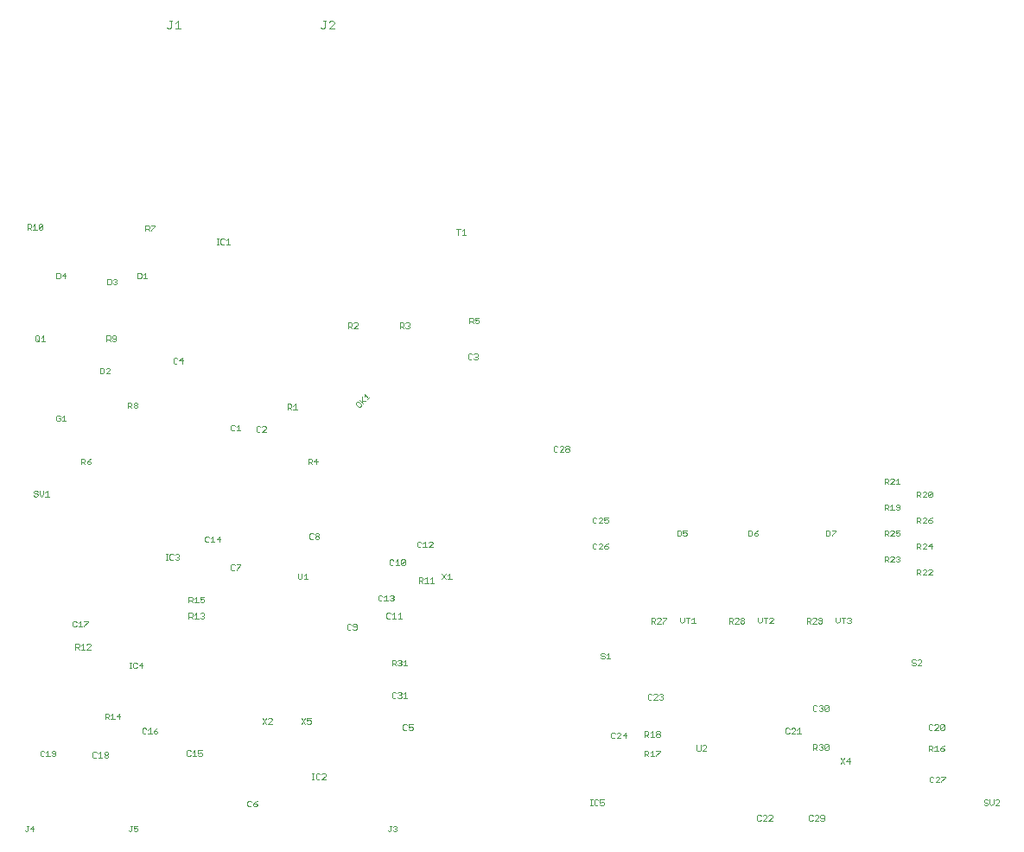
<source format=gbr>
G04 EAGLE Gerber X2 export*
%TF.Part,Single*%
%TF.FileFunction,Legend,Top,1*%
%TF.FilePolarity,Positive*%
%TF.GenerationSoftware,Autodesk,EAGLE,9.1.3*%
%TF.CreationDate,2018-09-11T19:51:11Z*%
G75*
%MOMM*%
%FSLAX34Y34*%
%LPD*%
%AMOC8*
5,1,8,0,0,1.08239X$1,22.5*%
G01*
%ADD10C,0.050800*%
%ADD11C,0.101600*%
%ADD12C,0.076200*%


D10*
X216154Y597154D02*
X218018Y597154D01*
X217086Y597154D02*
X217086Y602747D01*
X216154Y602747D02*
X218018Y602747D01*
X222692Y602747D02*
X223625Y601815D01*
X222692Y602747D02*
X220828Y602747D01*
X219896Y601815D01*
X219896Y598086D01*
X220828Y597154D01*
X222692Y597154D01*
X223625Y598086D01*
X225509Y600883D02*
X227373Y602747D01*
X227373Y597154D01*
X225509Y597154D02*
X229238Y597154D01*
X77479Y205872D02*
X77479Y200279D01*
X77479Y205872D02*
X80275Y205872D01*
X81208Y204940D01*
X81208Y203075D01*
X80275Y202143D01*
X77479Y202143D01*
X79343Y202143D02*
X81208Y200279D01*
X83092Y204008D02*
X84956Y205872D01*
X84956Y200279D01*
X83092Y200279D02*
X86821Y200279D01*
X88705Y200279D02*
X92434Y200279D01*
X88705Y200279D02*
X92434Y204008D01*
X92434Y204940D01*
X91502Y205872D01*
X89637Y205872D01*
X88705Y204940D01*
X258431Y417919D02*
X257499Y418851D01*
X255635Y418851D01*
X254703Y417919D01*
X254703Y414190D01*
X255635Y413258D01*
X257499Y413258D01*
X258431Y414190D01*
X260316Y413258D02*
X264044Y413258D01*
X260316Y413258D02*
X264044Y416987D01*
X264044Y417919D01*
X263112Y418851D01*
X261248Y418851D01*
X260316Y417919D01*
X233608Y419252D02*
X232675Y420184D01*
X230811Y420184D01*
X229879Y419252D01*
X229879Y415524D01*
X230811Y414592D01*
X232675Y414592D01*
X233608Y415524D01*
X235492Y418320D02*
X237356Y420184D01*
X237356Y414592D01*
X235492Y414592D02*
X239221Y414592D01*
X377138Y253497D02*
X378070Y252565D01*
X377138Y253497D02*
X375274Y253497D01*
X374342Y252565D01*
X374342Y248836D01*
X375274Y247904D01*
X377138Y247904D01*
X378070Y248836D01*
X379955Y251633D02*
X381819Y253497D01*
X381819Y247904D01*
X379955Y247904D02*
X383683Y247904D01*
X385568Y252565D02*
X386500Y253497D01*
X388364Y253497D01*
X389296Y252565D01*
X389296Y251633D01*
X388364Y250700D01*
X387432Y250700D01*
X388364Y250700D02*
X389296Y249768D01*
X389296Y248836D01*
X388364Y247904D01*
X386500Y247904D01*
X385568Y248836D01*
X285442Y435229D02*
X285442Y440822D01*
X288238Y440822D01*
X289170Y439890D01*
X289170Y438025D01*
X288238Y437093D01*
X285442Y437093D01*
X287306Y437093D02*
X289170Y435229D01*
X291055Y438958D02*
X292919Y440822D01*
X292919Y435229D01*
X291055Y435229D02*
X294783Y435229D01*
X305503Y387101D02*
X305503Y381508D01*
X305503Y387101D02*
X308299Y387101D01*
X309231Y386169D01*
X309231Y384304D01*
X308299Y383372D01*
X305503Y383372D01*
X307367Y383372D02*
X309231Y381508D01*
X313912Y381508D02*
X313912Y387101D01*
X311116Y384304D01*
X314844Y384304D01*
D11*
X319125Y808356D02*
X317811Y809669D01*
X319125Y808356D02*
X320438Y808356D01*
X321752Y809669D01*
X321752Y816236D01*
X323065Y816236D02*
X320438Y816236D01*
X325997Y808356D02*
X331251Y808356D01*
X331251Y813609D02*
X325997Y808356D01*
X331251Y813609D02*
X331251Y814923D01*
X329938Y816236D01*
X327311Y816236D01*
X325997Y814923D01*
X168312Y808356D02*
X166999Y809669D01*
X168312Y808356D02*
X169626Y808356D01*
X170939Y809669D01*
X170939Y816236D01*
X169626Y816236D02*
X172253Y816236D01*
X175185Y813609D02*
X177812Y816236D01*
X177812Y808356D01*
X175185Y808356D02*
X180439Y808356D01*
D10*
X138367Y569409D02*
X138367Y563817D01*
X141163Y563817D01*
X142095Y564749D01*
X142095Y568477D01*
X141163Y569409D01*
X138367Y569409D01*
X143980Y567545D02*
X145844Y569409D01*
X145844Y563817D01*
X143980Y563817D02*
X147708Y563817D01*
X58992Y563817D02*
X58992Y569409D01*
X58992Y563817D02*
X61788Y563817D01*
X62720Y564749D01*
X62720Y568477D01*
X61788Y569409D01*
X58992Y569409D01*
X67401Y569409D02*
X67401Y563817D01*
X64605Y566613D02*
X67401Y569409D01*
X68333Y566613D02*
X64605Y566613D01*
X146190Y610108D02*
X146190Y615701D01*
X148987Y615701D01*
X149919Y614769D01*
X149919Y612904D01*
X148987Y611972D01*
X146190Y611972D01*
X148055Y611972D02*
X149919Y610108D01*
X151803Y615701D02*
X155532Y615701D01*
X155532Y614769D01*
X151803Y611040D01*
X151803Y610108D01*
X30417Y611442D02*
X30417Y617034D01*
X33213Y617034D01*
X34145Y616102D01*
X34145Y614238D01*
X33213Y613306D01*
X30417Y613306D01*
X32281Y613306D02*
X34145Y611442D01*
X36030Y615170D02*
X37894Y617034D01*
X37894Y611442D01*
X36030Y611442D02*
X39758Y611442D01*
X41643Y612374D02*
X41643Y616102D01*
X42575Y617034D01*
X44439Y617034D01*
X45371Y616102D01*
X45371Y612374D01*
X44439Y611442D01*
X42575Y611442D01*
X41643Y612374D01*
X45371Y616102D01*
X108090Y507751D02*
X108090Y502158D01*
X108090Y507751D02*
X110887Y507751D01*
X111819Y506819D01*
X111819Y504954D01*
X110887Y504022D01*
X108090Y504022D01*
X109955Y504022D02*
X111819Y502158D01*
X113703Y503090D02*
X114636Y502158D01*
X116500Y502158D01*
X117432Y503090D01*
X117432Y506819D01*
X116500Y507751D01*
X114636Y507751D01*
X113703Y506819D01*
X113703Y505887D01*
X114636Y504954D01*
X117432Y504954D01*
X128842Y442409D02*
X128842Y436817D01*
X128842Y442409D02*
X131638Y442409D01*
X132570Y441477D01*
X132570Y439613D01*
X131638Y438681D01*
X128842Y438681D01*
X130706Y438681D02*
X132570Y436817D01*
X134455Y441477D02*
X135387Y442409D01*
X137251Y442409D01*
X138183Y441477D01*
X138183Y440545D01*
X137251Y439613D01*
X138183Y438681D01*
X138183Y437749D01*
X137251Y436817D01*
X135387Y436817D01*
X134455Y437749D01*
X134455Y438681D01*
X135387Y439613D01*
X134455Y440545D01*
X134455Y441477D01*
X135387Y439613D02*
X137251Y439613D01*
X108839Y557784D02*
X108839Y563377D01*
X108839Y557784D02*
X111635Y557784D01*
X112568Y558716D01*
X112568Y562445D01*
X111635Y563377D01*
X108839Y563377D01*
X114452Y562445D02*
X115384Y563377D01*
X117248Y563377D01*
X118181Y562445D01*
X118181Y561513D01*
X117248Y560580D01*
X116316Y560580D01*
X117248Y560580D02*
X118181Y559648D01*
X118181Y558716D01*
X117248Y557784D01*
X115384Y557784D01*
X114452Y558716D01*
X101740Y476001D02*
X101740Y470408D01*
X104537Y470408D01*
X105469Y471340D01*
X105469Y475069D01*
X104537Y476001D01*
X101740Y476001D01*
X107353Y470408D02*
X111082Y470408D01*
X107353Y470408D02*
X111082Y474137D01*
X111082Y475069D01*
X110150Y476001D01*
X108286Y476001D01*
X107353Y475069D01*
X176250Y486059D02*
X177183Y485127D01*
X176250Y486059D02*
X174386Y486059D01*
X173454Y485127D01*
X173454Y481399D01*
X174386Y480467D01*
X176250Y480467D01*
X177183Y481399D01*
X181863Y480467D02*
X181863Y486059D01*
X179067Y483263D01*
X182796Y483263D01*
X38240Y503090D02*
X38240Y506819D01*
X39172Y507751D01*
X41037Y507751D01*
X41969Y506819D01*
X41969Y503090D01*
X41037Y502158D01*
X39172Y502158D01*
X38240Y503090D01*
X40105Y504022D02*
X41969Y502158D01*
X43853Y505887D02*
X45718Y507751D01*
X45718Y502158D01*
X47582Y502158D02*
X43853Y502158D01*
X61788Y429709D02*
X62720Y428777D01*
X61788Y429709D02*
X59924Y429709D01*
X58992Y428777D01*
X58992Y425049D01*
X59924Y424117D01*
X61788Y424117D01*
X62720Y425049D01*
X62720Y426913D01*
X60856Y426913D01*
X64605Y427845D02*
X66469Y429709D01*
X66469Y424117D01*
X64605Y424117D02*
X68333Y424117D01*
X83253Y387101D02*
X83253Y381508D01*
X83253Y387101D02*
X86049Y387101D01*
X86981Y386169D01*
X86981Y384304D01*
X86049Y383372D01*
X83253Y383372D01*
X85117Y383372D02*
X86981Y381508D01*
X90730Y386169D02*
X92594Y387101D01*
X90730Y386169D02*
X88866Y384304D01*
X88866Y382440D01*
X89798Y381508D01*
X91662Y381508D01*
X92594Y382440D01*
X92594Y383372D01*
X91662Y384304D01*
X88866Y384304D01*
X452676Y606552D02*
X452676Y612145D01*
X450812Y612145D02*
X454541Y612145D01*
X456425Y610281D02*
X458289Y612145D01*
X458289Y606552D01*
X456425Y606552D02*
X460154Y606552D01*
X353444Y442998D02*
X352125Y441680D01*
X352125Y440362D01*
X354762Y437726D01*
X356080Y437726D01*
X357398Y439044D01*
X357398Y440362D01*
X354762Y442998D01*
X353444Y442998D01*
X355435Y444990D02*
X359390Y441035D01*
X358072Y442354D02*
X358072Y447627D01*
X358072Y443672D02*
X362027Y443672D01*
X360723Y447641D02*
X360723Y450277D01*
X364677Y446323D01*
X363359Y445004D02*
X365996Y447641D01*
X465013Y490034D02*
X465945Y489102D01*
X465013Y490034D02*
X463149Y490034D01*
X462217Y489102D01*
X462217Y485374D01*
X463149Y484442D01*
X465013Y484442D01*
X465945Y485374D01*
X467830Y489102D02*
X468762Y490034D01*
X470626Y490034D01*
X471558Y489102D01*
X471558Y488170D01*
X470626Y487238D01*
X469694Y487238D01*
X470626Y487238D02*
X471558Y486306D01*
X471558Y485374D01*
X470626Y484442D01*
X468762Y484442D01*
X467830Y485374D01*
X344628Y514858D02*
X344628Y520451D01*
X347424Y520451D01*
X348356Y519519D01*
X348356Y517654D01*
X347424Y516722D01*
X344628Y516722D01*
X346492Y516722D02*
X348356Y514858D01*
X350241Y514858D02*
X353969Y514858D01*
X350241Y514858D02*
X353969Y518587D01*
X353969Y519519D01*
X353037Y520451D01*
X351173Y520451D01*
X350241Y519519D01*
X395428Y520451D02*
X395428Y514858D01*
X395428Y520451D02*
X398224Y520451D01*
X399156Y519519D01*
X399156Y517654D01*
X398224Y516722D01*
X395428Y516722D01*
X397292Y516722D02*
X399156Y514858D01*
X401041Y519519D02*
X401973Y520451D01*
X403837Y520451D01*
X404769Y519519D01*
X404769Y518587D01*
X403837Y517654D01*
X402905Y517654D01*
X403837Y517654D02*
X404769Y516722D01*
X404769Y515790D01*
X403837Y514858D01*
X401973Y514858D01*
X401041Y515790D01*
X463690Y519621D02*
X463690Y525213D01*
X466487Y525213D01*
X467419Y524281D01*
X467419Y522417D01*
X466487Y521485D01*
X463690Y521485D01*
X465555Y521485D02*
X467419Y519621D01*
X469303Y525213D02*
X473032Y525213D01*
X469303Y525213D02*
X469303Y522417D01*
X471168Y523349D01*
X472100Y523349D01*
X473032Y522417D01*
X473032Y520553D01*
X472100Y519621D01*
X470236Y519621D01*
X469303Y520553D01*
X295753Y274776D02*
X295753Y270115D01*
X296685Y269183D01*
X298549Y269183D01*
X299481Y270115D01*
X299481Y274776D01*
X301366Y272912D02*
X303230Y274776D01*
X303230Y269183D01*
X301366Y269183D02*
X305094Y269183D01*
X309453Y72898D02*
X311317Y72898D01*
X310385Y72898D02*
X310385Y78491D01*
X309453Y78491D02*
X311317Y78491D01*
X315992Y78491D02*
X316924Y77559D01*
X315992Y78491D02*
X314127Y78491D01*
X313195Y77559D01*
X313195Y73830D01*
X314127Y72898D01*
X315992Y72898D01*
X316924Y73830D01*
X318808Y72898D02*
X322537Y72898D01*
X318808Y72898D02*
X322537Y76627D01*
X322537Y77559D01*
X321605Y78491D01*
X319740Y78491D01*
X318808Y77559D01*
D12*
X383505Y22925D02*
X384395Y22035D01*
X385284Y22035D01*
X386174Y22925D01*
X386174Y27374D01*
X385284Y27374D02*
X387064Y27374D01*
X389118Y26484D02*
X390008Y27374D01*
X391787Y27374D01*
X392677Y26484D01*
X392677Y25594D01*
X391787Y24704D01*
X390897Y24704D01*
X391787Y24704D02*
X392677Y23815D01*
X392677Y22925D01*
X391787Y22035D01*
X390008Y22035D01*
X389118Y22925D01*
D10*
X402331Y125819D02*
X401399Y126751D01*
X399535Y126751D01*
X398603Y125819D01*
X398603Y122090D01*
X399535Y121158D01*
X401399Y121158D01*
X402331Y122090D01*
X404216Y126751D02*
X407944Y126751D01*
X404216Y126751D02*
X404216Y123954D01*
X406080Y124887D01*
X407012Y124887D01*
X407944Y123954D01*
X407944Y122090D01*
X407012Y121158D01*
X405148Y121158D01*
X404216Y122090D01*
X249931Y51206D02*
X248999Y52138D01*
X247135Y52138D01*
X246203Y51206D01*
X246203Y47478D01*
X247135Y46546D01*
X248999Y46546D01*
X249931Y47478D01*
X253680Y51206D02*
X255544Y52138D01*
X253680Y51206D02*
X251816Y49342D01*
X251816Y47478D01*
X252748Y46546D01*
X254612Y46546D01*
X255544Y47478D01*
X255544Y48410D01*
X254612Y49342D01*
X251816Y49342D01*
X40495Y354800D02*
X39563Y355732D01*
X37699Y355732D01*
X36767Y354800D01*
X36767Y353868D01*
X37699Y352935D01*
X39563Y352935D01*
X40495Y352003D01*
X40495Y351071D01*
X39563Y350139D01*
X37699Y350139D01*
X36767Y351071D01*
X42380Y352003D02*
X42380Y355732D01*
X42380Y352003D02*
X44244Y350139D01*
X46108Y352003D01*
X46108Y355732D01*
X47993Y353868D02*
X49857Y355732D01*
X49857Y350139D01*
X47993Y350139D02*
X51721Y350139D01*
X436703Y274706D02*
X440431Y269113D01*
X436703Y269113D02*
X440431Y274706D01*
X442316Y272842D02*
X444180Y274706D01*
X444180Y269113D01*
X442316Y269113D02*
X446044Y269113D01*
X168044Y287973D02*
X166180Y287973D01*
X167112Y287973D02*
X167112Y293565D01*
X166180Y293565D02*
X168044Y293565D01*
X172718Y293565D02*
X173650Y292633D01*
X172718Y293565D02*
X170854Y293565D01*
X169922Y292633D01*
X169922Y288905D01*
X170854Y287973D01*
X172718Y287973D01*
X173650Y288905D01*
X175535Y292633D02*
X176467Y293565D01*
X178331Y293565D01*
X179263Y292633D01*
X179263Y291701D01*
X178331Y290769D01*
X177399Y290769D01*
X178331Y290769D02*
X179263Y289837D01*
X179263Y288905D01*
X178331Y287973D01*
X176467Y287973D01*
X175535Y288905D01*
X309887Y314076D02*
X310819Y313144D01*
X309887Y314076D02*
X308022Y314076D01*
X307090Y313144D01*
X307090Y309415D01*
X308022Y308483D01*
X309887Y308483D01*
X310819Y309415D01*
X312703Y313144D02*
X313636Y314076D01*
X315500Y314076D01*
X316432Y313144D01*
X316432Y312212D01*
X315500Y311279D01*
X316432Y310347D01*
X316432Y309415D01*
X315500Y308483D01*
X313636Y308483D01*
X312703Y309415D01*
X312703Y310347D01*
X313636Y311279D01*
X312703Y312212D01*
X312703Y313144D01*
X313636Y311279D02*
X315500Y311279D01*
X385236Y236288D02*
X386168Y235356D01*
X385236Y236288D02*
X383372Y236288D01*
X382440Y235356D01*
X382440Y231628D01*
X383372Y230696D01*
X385236Y230696D01*
X386168Y231628D01*
X388053Y234424D02*
X389917Y236288D01*
X389917Y230696D01*
X388053Y230696D02*
X391781Y230696D01*
X393666Y234424D02*
X395530Y236288D01*
X395530Y230696D01*
X393666Y230696D02*
X397394Y230696D01*
X416170Y304952D02*
X415238Y305884D01*
X413374Y305884D01*
X412442Y304952D01*
X412442Y301224D01*
X413374Y300292D01*
X415238Y300292D01*
X416170Y301224D01*
X418055Y304020D02*
X419919Y305884D01*
X419919Y300292D01*
X418055Y300292D02*
X421783Y300292D01*
X423668Y300292D02*
X427396Y300292D01*
X423668Y300292D02*
X427396Y304020D01*
X427396Y304952D01*
X426464Y305884D01*
X424600Y305884D01*
X423668Y304952D01*
X414029Y270959D02*
X414029Y265367D01*
X414029Y270959D02*
X416825Y270959D01*
X417758Y270027D01*
X417758Y268163D01*
X416825Y267231D01*
X414029Y267231D01*
X415893Y267231D02*
X417758Y265367D01*
X419642Y269095D02*
X421506Y270959D01*
X421506Y265367D01*
X419642Y265367D02*
X423371Y265367D01*
X425255Y269095D02*
X427119Y270959D01*
X427119Y265367D01*
X425255Y265367D02*
X428984Y265367D01*
X347331Y224244D02*
X346399Y225176D01*
X344535Y225176D01*
X343603Y224244D01*
X343603Y220515D01*
X344535Y219583D01*
X346399Y219583D01*
X347331Y220515D01*
X349216Y220515D02*
X350148Y219583D01*
X352012Y219583D01*
X352944Y220515D01*
X352944Y224244D01*
X352012Y225176D01*
X350148Y225176D01*
X349216Y224244D01*
X349216Y223312D01*
X350148Y222379D01*
X352944Y222379D01*
X233608Y282727D02*
X232675Y283659D01*
X230811Y283659D01*
X229879Y282727D01*
X229879Y278999D01*
X230811Y278067D01*
X232675Y278067D01*
X233608Y278999D01*
X235492Y283659D02*
X239221Y283659D01*
X239221Y282727D01*
X235492Y278999D01*
X235492Y278067D01*
X388250Y288422D02*
X389183Y287490D01*
X388250Y288422D02*
X386386Y288422D01*
X385454Y287490D01*
X385454Y283761D01*
X386386Y282829D01*
X388250Y282829D01*
X389183Y283761D01*
X391067Y286558D02*
X392931Y288422D01*
X392931Y282829D01*
X391067Y282829D02*
X394796Y282829D01*
X396680Y283761D02*
X396680Y287490D01*
X397612Y288422D01*
X399477Y288422D01*
X400409Y287490D01*
X400409Y283761D01*
X399477Y282829D01*
X397612Y282829D01*
X396680Y283761D01*
X400409Y287490D01*
X208368Y309969D02*
X207436Y310901D01*
X205572Y310901D01*
X204640Y309969D01*
X204640Y306240D01*
X205572Y305308D01*
X207436Y305308D01*
X208368Y306240D01*
X210253Y309037D02*
X212117Y310901D01*
X212117Y305308D01*
X210253Y305308D02*
X213981Y305308D01*
X218662Y305308D02*
X218662Y310901D01*
X215866Y308104D01*
X219594Y308104D01*
X132293Y181864D02*
X130429Y181864D01*
X131361Y181864D02*
X131361Y187457D01*
X130429Y187457D02*
X132293Y187457D01*
X136967Y187457D02*
X137900Y186525D01*
X136967Y187457D02*
X135103Y187457D01*
X134171Y186525D01*
X134171Y182796D01*
X135103Y181864D01*
X136967Y181864D01*
X137900Y182796D01*
X142581Y181864D02*
X142581Y187457D01*
X139784Y184660D01*
X143513Y184660D01*
X78595Y227165D02*
X77663Y228097D01*
X75799Y228097D01*
X74867Y227165D01*
X74867Y223436D01*
X75799Y222504D01*
X77663Y222504D01*
X78595Y223436D01*
X80480Y226233D02*
X82344Y228097D01*
X82344Y222504D01*
X80480Y222504D02*
X84208Y222504D01*
X86093Y228097D02*
X89821Y228097D01*
X89821Y227165D01*
X86093Y223436D01*
X86093Y222504D01*
X188604Y230442D02*
X188604Y236034D01*
X191400Y236034D01*
X192333Y235102D01*
X192333Y233238D01*
X191400Y232306D01*
X188604Y232306D01*
X190468Y232306D02*
X192333Y230442D01*
X194217Y234170D02*
X196081Y236034D01*
X196081Y230442D01*
X194217Y230442D02*
X197946Y230442D01*
X199830Y235102D02*
X200762Y236034D01*
X202627Y236034D01*
X203559Y235102D01*
X203559Y234170D01*
X202627Y233238D01*
X201694Y233238D01*
X202627Y233238D02*
X203559Y232306D01*
X203559Y231374D01*
X202627Y230442D01*
X200762Y230442D01*
X199830Y231374D01*
X188604Y246317D02*
X188604Y251909D01*
X191400Y251909D01*
X192333Y250977D01*
X192333Y249113D01*
X191400Y248181D01*
X188604Y248181D01*
X190468Y248181D02*
X192333Y246317D01*
X194217Y250045D02*
X196081Y251909D01*
X196081Y246317D01*
X194217Y246317D02*
X197946Y246317D01*
X199830Y251909D02*
X203559Y251909D01*
X199830Y251909D02*
X199830Y249113D01*
X201694Y250045D01*
X202627Y250045D01*
X203559Y249113D01*
X203559Y247249D01*
X202627Y246317D01*
X200762Y246317D01*
X199830Y247249D01*
X106617Y137609D02*
X106617Y132017D01*
X106617Y137609D02*
X109413Y137609D01*
X110345Y136677D01*
X110345Y134813D01*
X109413Y133881D01*
X106617Y133881D01*
X108481Y133881D02*
X110345Y132017D01*
X112230Y135745D02*
X114094Y137609D01*
X114094Y132017D01*
X112230Y132017D02*
X115958Y132017D01*
X120639Y132017D02*
X120639Y137609D01*
X117843Y134813D01*
X121571Y134813D01*
D12*
X27905Y22925D02*
X28795Y22035D01*
X29684Y22035D01*
X30574Y22925D01*
X30574Y27374D01*
X29684Y27374D02*
X31464Y27374D01*
X36187Y27374D02*
X36187Y22035D01*
X33518Y24704D02*
X36187Y27374D01*
X37077Y24704D02*
X33518Y24704D01*
D10*
X189411Y101351D02*
X190343Y100419D01*
X189411Y101351D02*
X187547Y101351D01*
X186615Y100419D01*
X186615Y96690D01*
X187547Y95758D01*
X189411Y95758D01*
X190343Y96690D01*
X192228Y99487D02*
X194092Y101351D01*
X194092Y95758D01*
X192228Y95758D02*
X195956Y95758D01*
X197841Y101351D02*
X201569Y101351D01*
X197841Y101351D02*
X197841Y98554D01*
X199705Y99487D01*
X200637Y99487D01*
X201569Y98554D01*
X201569Y96690D01*
X200637Y95758D01*
X198773Y95758D01*
X197841Y96690D01*
X146858Y122390D02*
X145925Y123322D01*
X144061Y123322D01*
X143129Y122390D01*
X143129Y118661D01*
X144061Y117729D01*
X145925Y117729D01*
X146858Y118661D01*
X148742Y121458D02*
X150606Y123322D01*
X150606Y117729D01*
X148742Y117729D02*
X152471Y117729D01*
X156219Y122390D02*
X158084Y123322D01*
X156219Y122390D02*
X154355Y120525D01*
X154355Y118661D01*
X155287Y117729D01*
X157152Y117729D01*
X158084Y118661D01*
X158084Y119593D01*
X157152Y120525D01*
X154355Y120525D01*
D12*
X129505Y22925D02*
X130395Y22035D01*
X131284Y22035D01*
X132174Y22925D01*
X132174Y27374D01*
X131284Y27374D02*
X133064Y27374D01*
X135118Y27374D02*
X138677Y27374D01*
X135118Y27374D02*
X135118Y24704D01*
X136897Y25594D01*
X137787Y25594D01*
X138677Y24704D01*
X138677Y22925D01*
X137787Y22035D01*
X136008Y22035D01*
X135118Y22925D01*
D10*
X98268Y98831D02*
X97336Y99763D01*
X95472Y99763D01*
X94540Y98831D01*
X94540Y95103D01*
X95472Y94171D01*
X97336Y94171D01*
X98268Y95103D01*
X100153Y97899D02*
X102017Y99763D01*
X102017Y94171D01*
X100153Y94171D02*
X103881Y94171D01*
X105766Y98831D02*
X106698Y99763D01*
X108562Y99763D01*
X109494Y98831D01*
X109494Y97899D01*
X108562Y96967D01*
X109494Y96035D01*
X109494Y95103D01*
X108562Y94171D01*
X106698Y94171D01*
X105766Y95103D01*
X105766Y96035D01*
X106698Y96967D01*
X105766Y97899D01*
X105766Y98831D01*
X106698Y96967D02*
X108562Y96967D01*
X46845Y100165D02*
X45913Y101097D01*
X44049Y101097D01*
X43117Y100165D01*
X43117Y96436D01*
X44049Y95504D01*
X45913Y95504D01*
X46845Y96436D01*
X48730Y99233D02*
X50594Y101097D01*
X50594Y95504D01*
X48730Y95504D02*
X52458Y95504D01*
X54343Y96436D02*
X55275Y95504D01*
X57139Y95504D01*
X58071Y96436D01*
X58071Y100165D01*
X57139Y101097D01*
X55275Y101097D01*
X54343Y100165D01*
X54343Y99233D01*
X55275Y98300D01*
X58071Y98300D01*
X260604Y132847D02*
X264333Y127254D01*
X260604Y127254D02*
X264333Y132847D01*
X266217Y127254D02*
X269946Y127254D01*
X266217Y127254D02*
X269946Y130983D01*
X269946Y131915D01*
X269013Y132847D01*
X267149Y132847D01*
X266217Y131915D01*
X667004Y311554D02*
X667004Y317147D01*
X667004Y311554D02*
X669800Y311554D01*
X670733Y312486D01*
X670733Y316215D01*
X669800Y317147D01*
X667004Y317147D01*
X672617Y317147D02*
X676346Y317147D01*
X672617Y317147D02*
X672617Y314350D01*
X674481Y315283D01*
X675413Y315283D01*
X676346Y314350D01*
X676346Y312486D01*
X675413Y311554D01*
X673549Y311554D01*
X672617Y312486D01*
X736854Y311554D02*
X736854Y317147D01*
X736854Y311554D02*
X739650Y311554D01*
X740583Y312486D01*
X740583Y316215D01*
X739650Y317147D01*
X736854Y317147D01*
X744331Y316215D02*
X746196Y317147D01*
X744331Y316215D02*
X742467Y314350D01*
X742467Y312486D01*
X743399Y311554D01*
X745263Y311554D01*
X746196Y312486D01*
X746196Y313418D01*
X745263Y314350D01*
X742467Y314350D01*
X813054Y317147D02*
X813054Y311554D01*
X815850Y311554D01*
X816783Y312486D01*
X816783Y316215D01*
X815850Y317147D01*
X813054Y317147D01*
X818667Y317147D02*
X822396Y317147D01*
X822396Y316215D01*
X818667Y312486D01*
X818667Y311554D01*
X913690Y106113D02*
X913690Y100521D01*
X913690Y106113D02*
X916486Y106113D01*
X917418Y105181D01*
X917418Y103317D01*
X916486Y102385D01*
X913690Y102385D01*
X915554Y102385D02*
X917418Y100521D01*
X919303Y104249D02*
X921167Y106113D01*
X921167Y100521D01*
X919303Y100521D02*
X923031Y100521D01*
X926780Y105181D02*
X928644Y106113D01*
X926780Y105181D02*
X924916Y103317D01*
X924916Y101453D01*
X925848Y100521D01*
X927712Y100521D01*
X928644Y101453D01*
X928644Y102385D01*
X927712Y103317D01*
X924916Y103317D01*
X917418Y125819D02*
X916486Y126751D01*
X914622Y126751D01*
X913690Y125819D01*
X913690Y122090D01*
X914622Y121158D01*
X916486Y121158D01*
X917418Y122090D01*
X919303Y121158D02*
X923031Y121158D01*
X919303Y121158D02*
X923031Y124887D01*
X923031Y125819D01*
X922099Y126751D01*
X920235Y126751D01*
X919303Y125819D01*
X924916Y125819D02*
X924916Y122090D01*
X924916Y125819D02*
X925848Y126751D01*
X927712Y126751D01*
X928644Y125819D01*
X928644Y122090D01*
X927712Y121158D01*
X925848Y121158D01*
X924916Y122090D01*
X928644Y125819D01*
X686278Y106501D02*
X686278Y101840D01*
X687210Y100908D01*
X689074Y100908D01*
X690006Y101840D01*
X690006Y106501D01*
X691891Y100908D02*
X695619Y100908D01*
X691891Y100908D02*
X695619Y104637D01*
X695619Y105569D01*
X694687Y106501D01*
X692823Y106501D01*
X691891Y105569D01*
X776163Y123322D02*
X777095Y122390D01*
X776163Y123322D02*
X774299Y123322D01*
X773367Y122390D01*
X773367Y118661D01*
X774299Y117729D01*
X776163Y117729D01*
X777095Y118661D01*
X778980Y117729D02*
X782708Y117729D01*
X778980Y117729D02*
X782708Y121458D01*
X782708Y122390D01*
X781776Y123322D01*
X779912Y123322D01*
X778980Y122390D01*
X784593Y121458D02*
X786457Y123322D01*
X786457Y117729D01*
X784593Y117729D02*
X788321Y117729D01*
X748211Y37851D02*
X749143Y36919D01*
X748211Y37851D02*
X746347Y37851D01*
X745415Y36919D01*
X745415Y33190D01*
X746347Y32258D01*
X748211Y32258D01*
X749143Y33190D01*
X751028Y32258D02*
X754756Y32258D01*
X751028Y32258D02*
X754756Y35987D01*
X754756Y36919D01*
X753824Y37851D01*
X751960Y37851D01*
X751028Y36919D01*
X756641Y32258D02*
X760369Y32258D01*
X756641Y32258D02*
X760369Y35987D01*
X760369Y36919D01*
X759437Y37851D01*
X757573Y37851D01*
X756641Y36919D01*
X642158Y155727D02*
X641225Y156659D01*
X639361Y156659D01*
X638429Y155727D01*
X638429Y151999D01*
X639361Y151067D01*
X641225Y151067D01*
X642158Y151999D01*
X644042Y151067D02*
X647771Y151067D01*
X647771Y154795D02*
X644042Y151067D01*
X647771Y154795D02*
X647771Y155727D01*
X646838Y156659D01*
X644974Y156659D01*
X644042Y155727D01*
X649655Y155727D02*
X650587Y156659D01*
X652452Y156659D01*
X653384Y155727D01*
X653384Y154795D01*
X652452Y153863D01*
X651519Y153863D01*
X652452Y153863D02*
X653384Y152931D01*
X653384Y151999D01*
X652452Y151067D01*
X650587Y151067D01*
X649655Y151999D01*
X584050Y47498D02*
X582186Y47498D01*
X583118Y47498D02*
X583118Y53091D01*
X582186Y53091D02*
X584050Y53091D01*
X588724Y53091D02*
X589656Y52159D01*
X588724Y53091D02*
X586860Y53091D01*
X585928Y52159D01*
X585928Y48430D01*
X586860Y47498D01*
X588724Y47498D01*
X589656Y48430D01*
X591541Y53091D02*
X595269Y53091D01*
X591541Y53091D02*
X591541Y50294D01*
X593405Y51227D01*
X594337Y51227D01*
X595269Y50294D01*
X595269Y48430D01*
X594337Y47498D01*
X592473Y47498D01*
X591541Y48430D01*
X606268Y117881D02*
X605336Y118813D01*
X603472Y118813D01*
X602540Y117881D01*
X602540Y114153D01*
X603472Y113221D01*
X605336Y113221D01*
X606268Y114153D01*
X608153Y113221D02*
X611881Y113221D01*
X608153Y113221D02*
X611881Y116949D01*
X611881Y117881D01*
X610949Y118813D01*
X609085Y118813D01*
X608153Y117881D01*
X616562Y118813D02*
X616562Y113221D01*
X613766Y116017D02*
X616562Y118813D01*
X617494Y116017D02*
X613766Y116017D01*
X635254Y101097D02*
X635254Y95504D01*
X635254Y101097D02*
X638050Y101097D01*
X638983Y100165D01*
X638983Y98300D01*
X638050Y97368D01*
X635254Y97368D01*
X637118Y97368D02*
X638983Y95504D01*
X640867Y99233D02*
X642731Y101097D01*
X642731Y95504D01*
X640867Y95504D02*
X644596Y95504D01*
X646480Y101097D02*
X650209Y101097D01*
X650209Y100165D01*
X646480Y96436D01*
X646480Y95504D01*
X635254Y114554D02*
X635254Y120147D01*
X638050Y120147D01*
X638983Y119215D01*
X638983Y117350D01*
X638050Y116418D01*
X635254Y116418D01*
X637118Y116418D02*
X638983Y114554D01*
X640867Y118283D02*
X642731Y120147D01*
X642731Y114554D01*
X640867Y114554D02*
X644596Y114554D01*
X646480Y119215D02*
X647412Y120147D01*
X649277Y120147D01*
X650209Y119215D01*
X650209Y118283D01*
X649277Y117350D01*
X650209Y116418D01*
X650209Y115486D01*
X649277Y114554D01*
X647412Y114554D01*
X646480Y115486D01*
X646480Y116418D01*
X647412Y117350D01*
X646480Y118283D01*
X646480Y119215D01*
X647412Y117350D02*
X649277Y117350D01*
X588183Y328765D02*
X587250Y329697D01*
X585386Y329697D01*
X584454Y328765D01*
X584454Y325036D01*
X585386Y324104D01*
X587250Y324104D01*
X588183Y325036D01*
X590067Y324104D02*
X593796Y324104D01*
X590067Y324104D02*
X593796Y327833D01*
X593796Y328765D01*
X592863Y329697D01*
X590999Y329697D01*
X590067Y328765D01*
X595680Y329697D02*
X599409Y329697D01*
X595680Y329697D02*
X595680Y326900D01*
X597544Y327833D01*
X598477Y327833D01*
X599409Y326900D01*
X599409Y325036D01*
X598477Y324104D01*
X596612Y324104D01*
X595680Y325036D01*
X587250Y304297D02*
X588183Y303365D01*
X587250Y304297D02*
X585386Y304297D01*
X584454Y303365D01*
X584454Y299636D01*
X585386Y298704D01*
X587250Y298704D01*
X588183Y299636D01*
X590067Y298704D02*
X593796Y298704D01*
X590067Y298704D02*
X593796Y302433D01*
X593796Y303365D01*
X592863Y304297D01*
X590999Y304297D01*
X590067Y303365D01*
X597544Y303365D02*
X599409Y304297D01*
X597544Y303365D02*
X595680Y301500D01*
X595680Y299636D01*
X596612Y298704D01*
X598477Y298704D01*
X599409Y299636D01*
X599409Y300568D01*
X598477Y301500D01*
X595680Y301500D01*
X550083Y398615D02*
X549150Y399547D01*
X547286Y399547D01*
X546354Y398615D01*
X546354Y394886D01*
X547286Y393954D01*
X549150Y393954D01*
X550083Y394886D01*
X551967Y393954D02*
X555696Y393954D01*
X551967Y393954D02*
X555696Y397683D01*
X555696Y398615D01*
X554763Y399547D01*
X552899Y399547D01*
X551967Y398615D01*
X557580Y398615D02*
X558512Y399547D01*
X560377Y399547D01*
X561309Y398615D01*
X561309Y397683D01*
X560377Y396750D01*
X561309Y395818D01*
X561309Y394886D01*
X560377Y393954D01*
X558512Y393954D01*
X557580Y394886D01*
X557580Y395818D01*
X558512Y396750D01*
X557580Y397683D01*
X557580Y398615D01*
X558512Y396750D02*
X560377Y396750D01*
X870204Y342397D02*
X870204Y336804D01*
X870204Y342397D02*
X873000Y342397D01*
X873933Y341465D01*
X873933Y339600D01*
X873000Y338668D01*
X870204Y338668D01*
X872068Y338668D02*
X873933Y336804D01*
X875817Y340533D02*
X877681Y342397D01*
X877681Y336804D01*
X875817Y336804D02*
X879546Y336804D01*
X881430Y337736D02*
X882362Y336804D01*
X884227Y336804D01*
X885159Y337736D01*
X885159Y341465D01*
X884227Y342397D01*
X882362Y342397D01*
X881430Y341465D01*
X881430Y340533D01*
X882362Y339600D01*
X885159Y339600D01*
X901954Y349504D02*
X901954Y355097D01*
X904750Y355097D01*
X905683Y354165D01*
X905683Y352300D01*
X904750Y351368D01*
X901954Y351368D01*
X903818Y351368D02*
X905683Y349504D01*
X907567Y349504D02*
X911296Y349504D01*
X907567Y349504D02*
X911296Y353233D01*
X911296Y354165D01*
X910363Y355097D01*
X908499Y355097D01*
X907567Y354165D01*
X913180Y354165D02*
X913180Y350436D01*
X913180Y354165D02*
X914112Y355097D01*
X915977Y355097D01*
X916909Y354165D01*
X916909Y350436D01*
X915977Y349504D01*
X914112Y349504D01*
X913180Y350436D01*
X916909Y354165D01*
X870204Y362204D02*
X870204Y367797D01*
X873000Y367797D01*
X873933Y366865D01*
X873933Y365000D01*
X873000Y364068D01*
X870204Y364068D01*
X872068Y364068D02*
X873933Y362204D01*
X875817Y362204D02*
X879546Y362204D01*
X875817Y362204D02*
X879546Y365933D01*
X879546Y366865D01*
X878613Y367797D01*
X876749Y367797D01*
X875817Y366865D01*
X881430Y365933D02*
X883294Y367797D01*
X883294Y362204D01*
X881430Y362204D02*
X885159Y362204D01*
X901954Y278897D02*
X901954Y273304D01*
X901954Y278897D02*
X904750Y278897D01*
X905683Y277965D01*
X905683Y276100D01*
X904750Y275168D01*
X901954Y275168D01*
X903818Y275168D02*
X905683Y273304D01*
X907567Y273304D02*
X911296Y273304D01*
X907567Y273304D02*
X911296Y277033D01*
X911296Y277965D01*
X910363Y278897D01*
X908499Y278897D01*
X907567Y277965D01*
X913180Y273304D02*
X916909Y273304D01*
X913180Y273304D02*
X916909Y277033D01*
X916909Y277965D01*
X915977Y278897D01*
X914112Y278897D01*
X913180Y277965D01*
X870204Y286004D02*
X870204Y291597D01*
X873000Y291597D01*
X873933Y290665D01*
X873933Y288800D01*
X873000Y287868D01*
X870204Y287868D01*
X872068Y287868D02*
X873933Y286004D01*
X875817Y286004D02*
X879546Y286004D01*
X875817Y286004D02*
X879546Y289733D01*
X879546Y290665D01*
X878613Y291597D01*
X876749Y291597D01*
X875817Y290665D01*
X881430Y290665D02*
X882362Y291597D01*
X884227Y291597D01*
X885159Y290665D01*
X885159Y289733D01*
X884227Y288800D01*
X883294Y288800D01*
X884227Y288800D02*
X885159Y287868D01*
X885159Y286936D01*
X884227Y286004D01*
X882362Y286004D01*
X881430Y286936D01*
X901954Y298704D02*
X901954Y304297D01*
X904750Y304297D01*
X905683Y303365D01*
X905683Y301500D01*
X904750Y300568D01*
X901954Y300568D01*
X903818Y300568D02*
X905683Y298704D01*
X907567Y298704D02*
X911296Y298704D01*
X907567Y298704D02*
X911296Y302433D01*
X911296Y303365D01*
X910363Y304297D01*
X908499Y304297D01*
X907567Y303365D01*
X915977Y304297D02*
X915977Y298704D01*
X913180Y301500D02*
X915977Y304297D01*
X916909Y301500D02*
X913180Y301500D01*
X870204Y311404D02*
X870204Y316997D01*
X873000Y316997D01*
X873933Y316065D01*
X873933Y314200D01*
X873000Y313268D01*
X870204Y313268D01*
X872068Y313268D02*
X873933Y311404D01*
X875817Y311404D02*
X879546Y311404D01*
X875817Y311404D02*
X879546Y315133D01*
X879546Y316065D01*
X878613Y316997D01*
X876749Y316997D01*
X875817Y316065D01*
X881430Y316997D02*
X885159Y316997D01*
X881430Y316997D02*
X881430Y314200D01*
X883294Y315133D01*
X884227Y315133D01*
X885159Y314200D01*
X885159Y312336D01*
X884227Y311404D01*
X882362Y311404D01*
X881430Y312336D01*
X901954Y324104D02*
X901954Y329697D01*
X904750Y329697D01*
X905683Y328765D01*
X905683Y326900D01*
X904750Y325968D01*
X901954Y325968D01*
X903818Y325968D02*
X905683Y324104D01*
X907567Y324104D02*
X911296Y324104D01*
X907567Y324104D02*
X911296Y327833D01*
X911296Y328765D01*
X910363Y329697D01*
X908499Y329697D01*
X907567Y328765D01*
X915044Y328765D02*
X916909Y329697D01*
X915044Y328765D02*
X913180Y326900D01*
X913180Y325036D01*
X914112Y324104D01*
X915977Y324104D01*
X916909Y325036D01*
X916909Y325968D01*
X915977Y326900D01*
X913180Y326900D01*
X670054Y231397D02*
X670054Y227668D01*
X671918Y225804D01*
X673783Y227668D01*
X673783Y231397D01*
X677531Y231397D02*
X677531Y225804D01*
X675667Y231397D02*
X679396Y231397D01*
X681280Y229533D02*
X683144Y231397D01*
X683144Y225804D01*
X681280Y225804D02*
X685009Y225804D01*
X746254Y227668D02*
X746254Y231397D01*
X746254Y227668D02*
X748118Y225804D01*
X749983Y227668D01*
X749983Y231397D01*
X753731Y231397D02*
X753731Y225804D01*
X751867Y231397D02*
X755596Y231397D01*
X757480Y225804D02*
X761209Y225804D01*
X757480Y225804D02*
X761209Y229533D01*
X761209Y230465D01*
X760277Y231397D01*
X758412Y231397D01*
X757480Y230465D01*
X822454Y231397D02*
X822454Y227668D01*
X824318Y225804D01*
X826183Y227668D01*
X826183Y231397D01*
X829931Y231397D02*
X829931Y225804D01*
X828067Y231397D02*
X831796Y231397D01*
X833680Y230465D02*
X834612Y231397D01*
X836477Y231397D01*
X837409Y230465D01*
X837409Y229533D01*
X836477Y228600D01*
X835544Y228600D01*
X836477Y228600D02*
X837409Y227668D01*
X837409Y226736D01*
X836477Y225804D01*
X834612Y225804D01*
X833680Y226736D01*
X641604Y225679D02*
X641604Y231272D01*
X644400Y231272D01*
X645333Y230340D01*
X645333Y228475D01*
X644400Y227543D01*
X641604Y227543D01*
X643468Y227543D02*
X645333Y225679D01*
X647217Y225679D02*
X650946Y225679D01*
X647217Y225679D02*
X650946Y229408D01*
X650946Y230340D01*
X650013Y231272D01*
X648149Y231272D01*
X647217Y230340D01*
X652830Y231272D02*
X656559Y231272D01*
X656559Y230340D01*
X652830Y226611D01*
X652830Y225679D01*
X717804Y225679D02*
X717804Y231272D01*
X720600Y231272D01*
X721533Y230340D01*
X721533Y228475D01*
X720600Y227543D01*
X717804Y227543D01*
X719668Y227543D02*
X721533Y225679D01*
X723417Y225679D02*
X727146Y225679D01*
X723417Y225679D02*
X727146Y229408D01*
X727146Y230340D01*
X726213Y231272D01*
X724349Y231272D01*
X723417Y230340D01*
X729030Y230340D02*
X729962Y231272D01*
X731827Y231272D01*
X732759Y230340D01*
X732759Y229408D01*
X731827Y228475D01*
X732759Y227543D01*
X732759Y226611D01*
X731827Y225679D01*
X729962Y225679D01*
X729030Y226611D01*
X729030Y227543D01*
X729962Y228475D01*
X729030Y229408D01*
X729030Y230340D01*
X729962Y228475D02*
X731827Y228475D01*
X794004Y225679D02*
X794004Y231272D01*
X796800Y231272D01*
X797733Y230340D01*
X797733Y228475D01*
X796800Y227543D01*
X794004Y227543D01*
X795868Y227543D02*
X797733Y225679D01*
X799617Y225679D02*
X803346Y225679D01*
X799617Y225679D02*
X803346Y229408D01*
X803346Y230340D01*
X802413Y231272D01*
X800549Y231272D01*
X799617Y230340D01*
X805230Y226611D02*
X806162Y225679D01*
X808027Y225679D01*
X808959Y226611D01*
X808959Y230340D01*
X808027Y231272D01*
X806162Y231272D01*
X805230Y230340D01*
X805230Y229408D01*
X806162Y228475D01*
X808959Y228475D01*
X970461Y53091D02*
X971393Y52159D01*
X970461Y53091D02*
X968597Y53091D01*
X967665Y52159D01*
X967665Y51227D01*
X968597Y50294D01*
X970461Y50294D01*
X971393Y49362D01*
X971393Y48430D01*
X970461Y47498D01*
X968597Y47498D01*
X967665Y48430D01*
X973278Y49362D02*
X973278Y53091D01*
X973278Y49362D02*
X975142Y47498D01*
X977006Y49362D01*
X977006Y53091D01*
X978891Y47498D02*
X982619Y47498D01*
X978891Y47498D02*
X982619Y51227D01*
X982619Y52159D01*
X981687Y53091D01*
X979823Y53091D01*
X978891Y52159D01*
X918383Y74765D02*
X917450Y75697D01*
X915586Y75697D01*
X914654Y74765D01*
X914654Y71036D01*
X915586Y70104D01*
X917450Y70104D01*
X918383Y71036D01*
X920267Y70104D02*
X923996Y70104D01*
X920267Y70104D02*
X923996Y73833D01*
X923996Y74765D01*
X923063Y75697D01*
X921199Y75697D01*
X920267Y74765D01*
X925880Y75697D02*
X929609Y75697D01*
X929609Y74765D01*
X925880Y71036D01*
X925880Y70104D01*
X830956Y88138D02*
X827228Y93731D01*
X830956Y93731D02*
X827228Y88138D01*
X835637Y88138D02*
X835637Y93731D01*
X832841Y90934D01*
X836569Y90934D01*
X799011Y37851D02*
X799943Y36919D01*
X799011Y37851D02*
X797147Y37851D01*
X796215Y36919D01*
X796215Y33190D01*
X797147Y32258D01*
X799011Y32258D01*
X799943Y33190D01*
X801828Y32258D02*
X805556Y32258D01*
X801828Y32258D02*
X805556Y35987D01*
X805556Y36919D01*
X804624Y37851D01*
X802760Y37851D01*
X801828Y36919D01*
X807441Y33190D02*
X808373Y32258D01*
X810237Y32258D01*
X811169Y33190D01*
X811169Y36919D01*
X810237Y37851D01*
X808373Y37851D01*
X807441Y36919D01*
X807441Y35987D01*
X808373Y35054D01*
X811169Y35054D01*
X804083Y144615D02*
X803150Y145547D01*
X801286Y145547D01*
X800354Y144615D01*
X800354Y140886D01*
X801286Y139954D01*
X803150Y139954D01*
X804083Y140886D01*
X805967Y144615D02*
X806899Y145547D01*
X808763Y145547D01*
X809696Y144615D01*
X809696Y143683D01*
X808763Y142750D01*
X807831Y142750D01*
X808763Y142750D02*
X809696Y141818D01*
X809696Y140886D01*
X808763Y139954D01*
X806899Y139954D01*
X805967Y140886D01*
X811580Y140886D02*
X811580Y144615D01*
X812512Y145547D01*
X814377Y145547D01*
X815309Y144615D01*
X815309Y140886D01*
X814377Y139954D01*
X812512Y139954D01*
X811580Y140886D01*
X815309Y144615D01*
X800354Y107447D02*
X800354Y101854D01*
X800354Y107447D02*
X803150Y107447D01*
X804083Y106515D01*
X804083Y104650D01*
X803150Y103718D01*
X800354Y103718D01*
X802218Y103718D02*
X804083Y101854D01*
X805967Y106515D02*
X806899Y107447D01*
X808763Y107447D01*
X809696Y106515D01*
X809696Y105583D01*
X808763Y104650D01*
X807831Y104650D01*
X808763Y104650D02*
X809696Y103718D01*
X809696Y102786D01*
X808763Y101854D01*
X806899Y101854D01*
X805967Y102786D01*
X811580Y102786D02*
X811580Y106515D01*
X812512Y107447D01*
X814377Y107447D01*
X815309Y106515D01*
X815309Y102786D01*
X814377Y101854D01*
X812512Y101854D01*
X811580Y102786D01*
X815309Y106515D01*
X596006Y195669D02*
X595074Y196601D01*
X593210Y196601D01*
X592278Y195669D01*
X592278Y194737D01*
X593210Y193804D01*
X595074Y193804D01*
X596006Y192872D01*
X596006Y191940D01*
X595074Y191008D01*
X593210Y191008D01*
X592278Y191940D01*
X597891Y194737D02*
X599755Y196601D01*
X599755Y191008D01*
X597891Y191008D02*
X601619Y191008D01*
X899874Y190251D02*
X900806Y189319D01*
X899874Y190251D02*
X898010Y190251D01*
X897078Y189319D01*
X897078Y188387D01*
X898010Y187454D01*
X899874Y187454D01*
X900806Y186522D01*
X900806Y185590D01*
X899874Y184658D01*
X898010Y184658D01*
X897078Y185590D01*
X902691Y184658D02*
X906419Y184658D01*
X902691Y184658D02*
X906419Y188387D01*
X906419Y189319D01*
X905487Y190251D01*
X903623Y190251D01*
X902691Y189319D01*
X302433Y127254D02*
X298704Y132847D01*
X302433Y132847D02*
X298704Y127254D01*
X304317Y132847D02*
X308046Y132847D01*
X304317Y132847D02*
X304317Y130050D01*
X306181Y130983D01*
X307113Y130983D01*
X308046Y130050D01*
X308046Y128186D01*
X307113Y127254D01*
X305249Y127254D01*
X304317Y128186D01*
X387604Y184404D02*
X387604Y189997D01*
X390400Y189997D01*
X391333Y189065D01*
X391333Y187200D01*
X390400Y186268D01*
X387604Y186268D01*
X389468Y186268D02*
X391333Y184404D01*
X393217Y189065D02*
X394149Y189997D01*
X396013Y189997D01*
X396946Y189065D01*
X396946Y188133D01*
X396013Y187200D01*
X395081Y187200D01*
X396013Y187200D02*
X396946Y186268D01*
X396946Y185336D01*
X396013Y184404D01*
X394149Y184404D01*
X393217Y185336D01*
X398830Y188133D02*
X400694Y189997D01*
X400694Y184404D01*
X398830Y184404D02*
X402559Y184404D01*
X390400Y158247D02*
X391333Y157315D01*
X390400Y158247D02*
X388536Y158247D01*
X387604Y157315D01*
X387604Y153586D01*
X388536Y152654D01*
X390400Y152654D01*
X391333Y153586D01*
X393217Y157315D02*
X394149Y158247D01*
X396013Y158247D01*
X396946Y157315D01*
X396946Y156383D01*
X396013Y155450D01*
X395081Y155450D01*
X396013Y155450D02*
X396946Y154518D01*
X396946Y153586D01*
X396013Y152654D01*
X394149Y152654D01*
X393217Y153586D01*
X398830Y156383D02*
X400694Y158247D01*
X400694Y152654D01*
X398830Y152654D02*
X402559Y152654D01*
M02*

</source>
